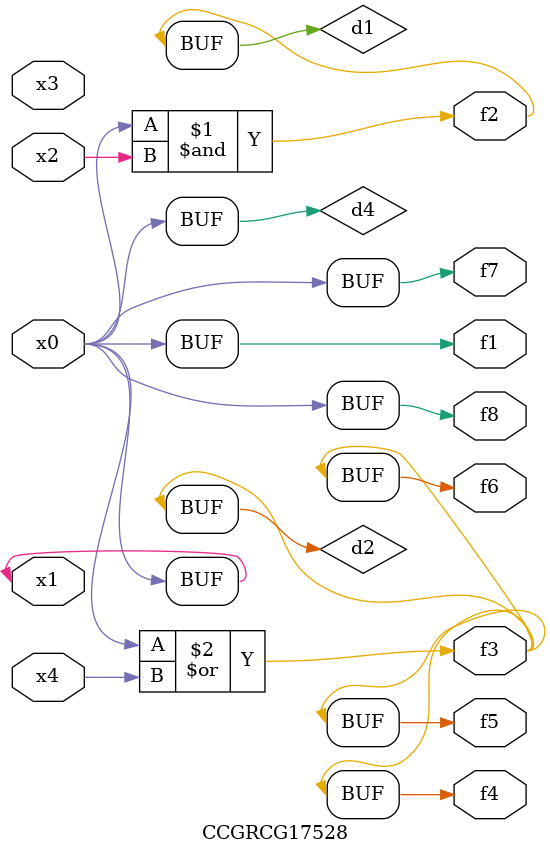
<source format=v>
module CCGRCG17528(
	input x0, x1, x2, x3, x4,
	output f1, f2, f3, f4, f5, f6, f7, f8
);

	wire d1, d2, d3, d4;

	and (d1, x0, x2);
	or (d2, x0, x4);
	nand (d3, x0, x2);
	buf (d4, x0, x1);
	assign f1 = d4;
	assign f2 = d1;
	assign f3 = d2;
	assign f4 = d2;
	assign f5 = d2;
	assign f6 = d2;
	assign f7 = d4;
	assign f8 = d4;
endmodule

</source>
